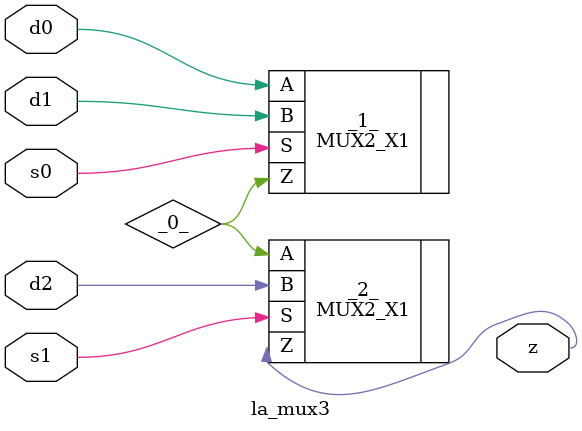
<source format=v>
/* Generated by Yosys 0.37 (git sha1 a5c7f69ed, clang 14.0.0-1ubuntu1.1 -fPIC -Os) */

module la_mux3(d0, d1, d2, s0, s1, z);
  wire _0_;
  input d0;
  wire d0;
  input d1;
  wire d1;
  input d2;
  wire d2;
  input s0;
  wire s0;
  input s1;
  wire s1;
  output z;
  wire z;
  MUX2_X1 _1_ (
    .A(d0),
    .B(d1),
    .S(s0),
    .Z(_0_)
  );
  MUX2_X1 _2_ (
    .A(_0_),
    .B(d2),
    .S(s1),
    .Z(z)
  );
endmodule

</source>
